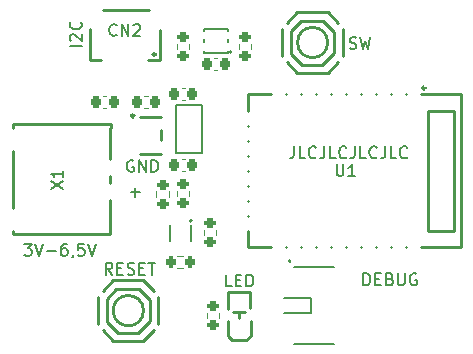
<source format=gbr>
%TF.GenerationSoftware,KiCad,Pcbnew,7.0.11-7.0.11~ubuntu22.04.1*%
%TF.CreationDate,2024-06-09T19:30:32+02:00*%
%TF.ProjectId,E73-2G4M08S1C-52840,4537332d-3247-4344-9d30-385331432d35,rev?*%
%TF.SameCoordinates,Original*%
%TF.FileFunction,Legend,Top*%
%TF.FilePolarity,Positive*%
%FSLAX46Y46*%
G04 Gerber Fmt 4.6, Leading zero omitted, Abs format (unit mm)*
G04 Created by KiCad (PCBNEW 7.0.11-7.0.11~ubuntu22.04.1) date 2024-06-09 19:30:32*
%MOMM*%
%LPD*%
G01*
G04 APERTURE LIST*
G04 Aperture macros list*
%AMRoundRect*
0 Rectangle with rounded corners*
0 $1 Rounding radius*
0 $2 $3 $4 $5 $6 $7 $8 $9 X,Y pos of 4 corners*
0 Add a 4 corners polygon primitive as box body*
4,1,4,$2,$3,$4,$5,$6,$7,$8,$9,$2,$3,0*
0 Add four circle primitives for the rounded corners*
1,1,$1+$1,$2,$3*
1,1,$1+$1,$4,$5*
1,1,$1+$1,$6,$7*
1,1,$1+$1,$8,$9*
0 Add four rect primitives between the rounded corners*
20,1,$1+$1,$2,$3,$4,$5,0*
20,1,$1+$1,$4,$5,$6,$7,0*
20,1,$1+$1,$6,$7,$8,$9,0*
20,1,$1+$1,$8,$9,$2,$3,0*%
G04 Aperture macros list end*
%ADD10C,0.150000*%
%ADD11C,0.250000*%
%ADD12C,0.120000*%
%ADD13C,0.200000*%
%ADD14R,1.250000X1.000000*%
%ADD15R,1.700000X1.000000*%
%ADD16RoundRect,0.200000X-0.275000X0.200000X-0.275000X-0.200000X0.275000X-0.200000X0.275000X0.200000X0*%
%ADD17C,2.200000*%
%ADD18R,0.700000X1.600000*%
%ADD19R,0.550000X0.350000*%
%ADD20R,0.280000X0.550000*%
%ADD21RoundRect,0.200000X0.275000X-0.200000X0.275000X0.200000X-0.275000X0.200000X-0.275000X-0.200000X0*%
%ADD22R,1.000000X0.600000*%
%ADD23RoundRect,0.200000X0.200000X0.275000X-0.200000X0.275000X-0.200000X-0.275000X0.200000X-0.275000X0*%
%ADD24RoundRect,0.225000X-0.225000X-0.250000X0.225000X-0.250000X0.225000X0.250000X-0.225000X0.250000X0*%
%ADD25RoundRect,0.225000X0.225000X0.250000X-0.225000X0.250000X-0.225000X-0.250000X0.225000X-0.250000X0*%
%ADD26R,1.200000X1.800000*%
%ADD27R,0.600000X1.550000*%
%ADD28R,1.700000X1.050000*%
%ADD29R,0.900000X2.000000*%
%ADD30R,0.900000X0.900000*%
%ADD31R,2.000000X0.900000*%
%ADD32R,4.000000X1.500000*%
%ADD33R,3.250000X1.000000*%
%ADD34R,3.000000X0.900000*%
G04 APERTURE END LIST*
D10*
X28842857Y-3907200D02*
X28985714Y-3954819D01*
X28985714Y-3954819D02*
X29223809Y-3954819D01*
X29223809Y-3954819D02*
X29319047Y-3907200D01*
X29319047Y-3907200D02*
X29366666Y-3859580D01*
X29366666Y-3859580D02*
X29414285Y-3764342D01*
X29414285Y-3764342D02*
X29414285Y-3669104D01*
X29414285Y-3669104D02*
X29366666Y-3573866D01*
X29366666Y-3573866D02*
X29319047Y-3526247D01*
X29319047Y-3526247D02*
X29223809Y-3478628D01*
X29223809Y-3478628D02*
X29033333Y-3431009D01*
X29033333Y-3431009D02*
X28938095Y-3383390D01*
X28938095Y-3383390D02*
X28890476Y-3335771D01*
X28890476Y-3335771D02*
X28842857Y-3240533D01*
X28842857Y-3240533D02*
X28842857Y-3145295D01*
X28842857Y-3145295D02*
X28890476Y-3050057D01*
X28890476Y-3050057D02*
X28938095Y-3002438D01*
X28938095Y-3002438D02*
X29033333Y-2954819D01*
X29033333Y-2954819D02*
X29271428Y-2954819D01*
X29271428Y-2954819D02*
X29414285Y-3002438D01*
X29747619Y-2954819D02*
X29985714Y-3954819D01*
X29985714Y-3954819D02*
X30176190Y-3240533D01*
X30176190Y-3240533D02*
X30366666Y-3954819D01*
X30366666Y-3954819D02*
X30604762Y-2954819D01*
X18857142Y-24054819D02*
X18380952Y-24054819D01*
X18380952Y-24054819D02*
X18380952Y-23054819D01*
X19190476Y-23531009D02*
X19523809Y-23531009D01*
X19666666Y-24054819D02*
X19190476Y-24054819D01*
X19190476Y-24054819D02*
X19190476Y-23054819D01*
X19190476Y-23054819D02*
X19666666Y-23054819D01*
X20095238Y-24054819D02*
X20095238Y-23054819D01*
X20095238Y-23054819D02*
X20333333Y-23054819D01*
X20333333Y-23054819D02*
X20476190Y-23102438D01*
X20476190Y-23102438D02*
X20571428Y-23197676D01*
X20571428Y-23197676D02*
X20619047Y-23292914D01*
X20619047Y-23292914D02*
X20666666Y-23483390D01*
X20666666Y-23483390D02*
X20666666Y-23626247D01*
X20666666Y-23626247D02*
X20619047Y-23816723D01*
X20619047Y-23816723D02*
X20571428Y-23911961D01*
X20571428Y-23911961D02*
X20476190Y-24007200D01*
X20476190Y-24007200D02*
X20333333Y-24054819D01*
X20333333Y-24054819D02*
X20095238Y-24054819D01*
X8747618Y-23054819D02*
X8414285Y-22578628D01*
X8176190Y-23054819D02*
X8176190Y-22054819D01*
X8176190Y-22054819D02*
X8557142Y-22054819D01*
X8557142Y-22054819D02*
X8652380Y-22102438D01*
X8652380Y-22102438D02*
X8699999Y-22150057D01*
X8699999Y-22150057D02*
X8747618Y-22245295D01*
X8747618Y-22245295D02*
X8747618Y-22388152D01*
X8747618Y-22388152D02*
X8699999Y-22483390D01*
X8699999Y-22483390D02*
X8652380Y-22531009D01*
X8652380Y-22531009D02*
X8557142Y-22578628D01*
X8557142Y-22578628D02*
X8176190Y-22578628D01*
X9176190Y-22531009D02*
X9509523Y-22531009D01*
X9652380Y-23054819D02*
X9176190Y-23054819D01*
X9176190Y-23054819D02*
X9176190Y-22054819D01*
X9176190Y-22054819D02*
X9652380Y-22054819D01*
X10033333Y-23007200D02*
X10176190Y-23054819D01*
X10176190Y-23054819D02*
X10414285Y-23054819D01*
X10414285Y-23054819D02*
X10509523Y-23007200D01*
X10509523Y-23007200D02*
X10557142Y-22959580D01*
X10557142Y-22959580D02*
X10604761Y-22864342D01*
X10604761Y-22864342D02*
X10604761Y-22769104D01*
X10604761Y-22769104D02*
X10557142Y-22673866D01*
X10557142Y-22673866D02*
X10509523Y-22626247D01*
X10509523Y-22626247D02*
X10414285Y-22578628D01*
X10414285Y-22578628D02*
X10223809Y-22531009D01*
X10223809Y-22531009D02*
X10128571Y-22483390D01*
X10128571Y-22483390D02*
X10080952Y-22435771D01*
X10080952Y-22435771D02*
X10033333Y-22340533D01*
X10033333Y-22340533D02*
X10033333Y-22245295D01*
X10033333Y-22245295D02*
X10080952Y-22150057D01*
X10080952Y-22150057D02*
X10128571Y-22102438D01*
X10128571Y-22102438D02*
X10223809Y-22054819D01*
X10223809Y-22054819D02*
X10461904Y-22054819D01*
X10461904Y-22054819D02*
X10604761Y-22102438D01*
X11033333Y-22531009D02*
X11366666Y-22531009D01*
X11509523Y-23054819D02*
X11033333Y-23054819D01*
X11033333Y-23054819D02*
X11033333Y-22054819D01*
X11033333Y-22054819D02*
X11509523Y-22054819D01*
X11795238Y-22054819D02*
X12366666Y-22054819D01*
X12080952Y-23054819D02*
X12080952Y-22054819D01*
X6154819Y-3676189D02*
X5154819Y-3676189D01*
X5250057Y-3247618D02*
X5202438Y-3199999D01*
X5202438Y-3199999D02*
X5154819Y-3104761D01*
X5154819Y-3104761D02*
X5154819Y-2866666D01*
X5154819Y-2866666D02*
X5202438Y-2771428D01*
X5202438Y-2771428D02*
X5250057Y-2723809D01*
X5250057Y-2723809D02*
X5345295Y-2676190D01*
X5345295Y-2676190D02*
X5440533Y-2676190D01*
X5440533Y-2676190D02*
X5583390Y-2723809D01*
X5583390Y-2723809D02*
X6154819Y-3295237D01*
X6154819Y-3295237D02*
X6154819Y-2676190D01*
X6059580Y-1676190D02*
X6107200Y-1723809D01*
X6107200Y-1723809D02*
X6154819Y-1866666D01*
X6154819Y-1866666D02*
X6154819Y-1961904D01*
X6154819Y-1961904D02*
X6107200Y-2104761D01*
X6107200Y-2104761D02*
X6011961Y-2199999D01*
X6011961Y-2199999D02*
X5916723Y-2247618D01*
X5916723Y-2247618D02*
X5726247Y-2295237D01*
X5726247Y-2295237D02*
X5583390Y-2295237D01*
X5583390Y-2295237D02*
X5392914Y-2247618D01*
X5392914Y-2247618D02*
X5297676Y-2199999D01*
X5297676Y-2199999D02*
X5202438Y-2104761D01*
X5202438Y-2104761D02*
X5154819Y-1961904D01*
X5154819Y-1961904D02*
X5154819Y-1866666D01*
X5154819Y-1866666D02*
X5202438Y-1723809D01*
X5202438Y-1723809D02*
X5250057Y-1676190D01*
X10319048Y-16073866D02*
X11080953Y-16073866D01*
X10700000Y-16454819D02*
X10700000Y-15692914D01*
X10538095Y-13402438D02*
X10442857Y-13354819D01*
X10442857Y-13354819D02*
X10300000Y-13354819D01*
X10300000Y-13354819D02*
X10157143Y-13402438D01*
X10157143Y-13402438D02*
X10061905Y-13497676D01*
X10061905Y-13497676D02*
X10014286Y-13592914D01*
X10014286Y-13592914D02*
X9966667Y-13783390D01*
X9966667Y-13783390D02*
X9966667Y-13926247D01*
X9966667Y-13926247D02*
X10014286Y-14116723D01*
X10014286Y-14116723D02*
X10061905Y-14211961D01*
X10061905Y-14211961D02*
X10157143Y-14307200D01*
X10157143Y-14307200D02*
X10300000Y-14354819D01*
X10300000Y-14354819D02*
X10395238Y-14354819D01*
X10395238Y-14354819D02*
X10538095Y-14307200D01*
X10538095Y-14307200D02*
X10585714Y-14259580D01*
X10585714Y-14259580D02*
X10585714Y-13926247D01*
X10585714Y-13926247D02*
X10395238Y-13926247D01*
X11014286Y-14354819D02*
X11014286Y-13354819D01*
X11014286Y-13354819D02*
X11585714Y-14354819D01*
X11585714Y-14354819D02*
X11585714Y-13354819D01*
X12061905Y-14354819D02*
X12061905Y-13354819D01*
X12061905Y-13354819D02*
X12300000Y-13354819D01*
X12300000Y-13354819D02*
X12442857Y-13402438D01*
X12442857Y-13402438D02*
X12538095Y-13497676D01*
X12538095Y-13497676D02*
X12585714Y-13592914D01*
X12585714Y-13592914D02*
X12633333Y-13783390D01*
X12633333Y-13783390D02*
X12633333Y-13926247D01*
X12633333Y-13926247D02*
X12585714Y-14116723D01*
X12585714Y-14116723D02*
X12538095Y-14211961D01*
X12538095Y-14211961D02*
X12442857Y-14307200D01*
X12442857Y-14307200D02*
X12300000Y-14354819D01*
X12300000Y-14354819D02*
X12061905Y-14354819D01*
X30011905Y-23954819D02*
X30011905Y-22954819D01*
X30011905Y-22954819D02*
X30250000Y-22954819D01*
X30250000Y-22954819D02*
X30392857Y-23002438D01*
X30392857Y-23002438D02*
X30488095Y-23097676D01*
X30488095Y-23097676D02*
X30535714Y-23192914D01*
X30535714Y-23192914D02*
X30583333Y-23383390D01*
X30583333Y-23383390D02*
X30583333Y-23526247D01*
X30583333Y-23526247D02*
X30535714Y-23716723D01*
X30535714Y-23716723D02*
X30488095Y-23811961D01*
X30488095Y-23811961D02*
X30392857Y-23907200D01*
X30392857Y-23907200D02*
X30250000Y-23954819D01*
X30250000Y-23954819D02*
X30011905Y-23954819D01*
X31011905Y-23431009D02*
X31345238Y-23431009D01*
X31488095Y-23954819D02*
X31011905Y-23954819D01*
X31011905Y-23954819D02*
X31011905Y-22954819D01*
X31011905Y-22954819D02*
X31488095Y-22954819D01*
X32250000Y-23431009D02*
X32392857Y-23478628D01*
X32392857Y-23478628D02*
X32440476Y-23526247D01*
X32440476Y-23526247D02*
X32488095Y-23621485D01*
X32488095Y-23621485D02*
X32488095Y-23764342D01*
X32488095Y-23764342D02*
X32440476Y-23859580D01*
X32440476Y-23859580D02*
X32392857Y-23907200D01*
X32392857Y-23907200D02*
X32297619Y-23954819D01*
X32297619Y-23954819D02*
X31916667Y-23954819D01*
X31916667Y-23954819D02*
X31916667Y-22954819D01*
X31916667Y-22954819D02*
X32250000Y-22954819D01*
X32250000Y-22954819D02*
X32345238Y-23002438D01*
X32345238Y-23002438D02*
X32392857Y-23050057D01*
X32392857Y-23050057D02*
X32440476Y-23145295D01*
X32440476Y-23145295D02*
X32440476Y-23240533D01*
X32440476Y-23240533D02*
X32392857Y-23335771D01*
X32392857Y-23335771D02*
X32345238Y-23383390D01*
X32345238Y-23383390D02*
X32250000Y-23431009D01*
X32250000Y-23431009D02*
X31916667Y-23431009D01*
X32916667Y-22954819D02*
X32916667Y-23764342D01*
X32916667Y-23764342D02*
X32964286Y-23859580D01*
X32964286Y-23859580D02*
X33011905Y-23907200D01*
X33011905Y-23907200D02*
X33107143Y-23954819D01*
X33107143Y-23954819D02*
X33297619Y-23954819D01*
X33297619Y-23954819D02*
X33392857Y-23907200D01*
X33392857Y-23907200D02*
X33440476Y-23859580D01*
X33440476Y-23859580D02*
X33488095Y-23764342D01*
X33488095Y-23764342D02*
X33488095Y-22954819D01*
X34488095Y-23002438D02*
X34392857Y-22954819D01*
X34392857Y-22954819D02*
X34250000Y-22954819D01*
X34250000Y-22954819D02*
X34107143Y-23002438D01*
X34107143Y-23002438D02*
X34011905Y-23097676D01*
X34011905Y-23097676D02*
X33964286Y-23192914D01*
X33964286Y-23192914D02*
X33916667Y-23383390D01*
X33916667Y-23383390D02*
X33916667Y-23526247D01*
X33916667Y-23526247D02*
X33964286Y-23716723D01*
X33964286Y-23716723D02*
X34011905Y-23811961D01*
X34011905Y-23811961D02*
X34107143Y-23907200D01*
X34107143Y-23907200D02*
X34250000Y-23954819D01*
X34250000Y-23954819D02*
X34345238Y-23954819D01*
X34345238Y-23954819D02*
X34488095Y-23907200D01*
X34488095Y-23907200D02*
X34535714Y-23859580D01*
X34535714Y-23859580D02*
X34535714Y-23526247D01*
X34535714Y-23526247D02*
X34345238Y-23526247D01*
X1300000Y-20454819D02*
X1919047Y-20454819D01*
X1919047Y-20454819D02*
X1585714Y-20835771D01*
X1585714Y-20835771D02*
X1728571Y-20835771D01*
X1728571Y-20835771D02*
X1823809Y-20883390D01*
X1823809Y-20883390D02*
X1871428Y-20931009D01*
X1871428Y-20931009D02*
X1919047Y-21026247D01*
X1919047Y-21026247D02*
X1919047Y-21264342D01*
X1919047Y-21264342D02*
X1871428Y-21359580D01*
X1871428Y-21359580D02*
X1823809Y-21407200D01*
X1823809Y-21407200D02*
X1728571Y-21454819D01*
X1728571Y-21454819D02*
X1442857Y-21454819D01*
X1442857Y-21454819D02*
X1347619Y-21407200D01*
X1347619Y-21407200D02*
X1300000Y-21359580D01*
X2204762Y-20454819D02*
X2538095Y-21454819D01*
X2538095Y-21454819D02*
X2871428Y-20454819D01*
X3204762Y-21073866D02*
X3966667Y-21073866D01*
X4871428Y-20454819D02*
X4680952Y-20454819D01*
X4680952Y-20454819D02*
X4585714Y-20502438D01*
X4585714Y-20502438D02*
X4538095Y-20550057D01*
X4538095Y-20550057D02*
X4442857Y-20692914D01*
X4442857Y-20692914D02*
X4395238Y-20883390D01*
X4395238Y-20883390D02*
X4395238Y-21264342D01*
X4395238Y-21264342D02*
X4442857Y-21359580D01*
X4442857Y-21359580D02*
X4490476Y-21407200D01*
X4490476Y-21407200D02*
X4585714Y-21454819D01*
X4585714Y-21454819D02*
X4776190Y-21454819D01*
X4776190Y-21454819D02*
X4871428Y-21407200D01*
X4871428Y-21407200D02*
X4919047Y-21359580D01*
X4919047Y-21359580D02*
X4966666Y-21264342D01*
X4966666Y-21264342D02*
X4966666Y-21026247D01*
X4966666Y-21026247D02*
X4919047Y-20931009D01*
X4919047Y-20931009D02*
X4871428Y-20883390D01*
X4871428Y-20883390D02*
X4776190Y-20835771D01*
X4776190Y-20835771D02*
X4585714Y-20835771D01*
X4585714Y-20835771D02*
X4490476Y-20883390D01*
X4490476Y-20883390D02*
X4442857Y-20931009D01*
X4442857Y-20931009D02*
X4395238Y-21026247D01*
X5442857Y-21407200D02*
X5442857Y-21454819D01*
X5442857Y-21454819D02*
X5395238Y-21550057D01*
X5395238Y-21550057D02*
X5347619Y-21597676D01*
X6347618Y-20454819D02*
X5871428Y-20454819D01*
X5871428Y-20454819D02*
X5823809Y-20931009D01*
X5823809Y-20931009D02*
X5871428Y-20883390D01*
X5871428Y-20883390D02*
X5966666Y-20835771D01*
X5966666Y-20835771D02*
X6204761Y-20835771D01*
X6204761Y-20835771D02*
X6299999Y-20883390D01*
X6299999Y-20883390D02*
X6347618Y-20931009D01*
X6347618Y-20931009D02*
X6395237Y-21026247D01*
X6395237Y-21026247D02*
X6395237Y-21264342D01*
X6395237Y-21264342D02*
X6347618Y-21359580D01*
X6347618Y-21359580D02*
X6299999Y-21407200D01*
X6299999Y-21407200D02*
X6204761Y-21454819D01*
X6204761Y-21454819D02*
X5966666Y-21454819D01*
X5966666Y-21454819D02*
X5871428Y-21407200D01*
X5871428Y-21407200D02*
X5823809Y-21359580D01*
X6680952Y-20454819D02*
X7014285Y-21454819D01*
X7014285Y-21454819D02*
X7347618Y-20454819D01*
X24130951Y-12204819D02*
X24130951Y-12919104D01*
X24130951Y-12919104D02*
X24083332Y-13061961D01*
X24083332Y-13061961D02*
X23988094Y-13157200D01*
X23988094Y-13157200D02*
X23845237Y-13204819D01*
X23845237Y-13204819D02*
X23749999Y-13204819D01*
X25083332Y-13204819D02*
X24607142Y-13204819D01*
X24607142Y-13204819D02*
X24607142Y-12204819D01*
X25988094Y-13109580D02*
X25940475Y-13157200D01*
X25940475Y-13157200D02*
X25797618Y-13204819D01*
X25797618Y-13204819D02*
X25702380Y-13204819D01*
X25702380Y-13204819D02*
X25559523Y-13157200D01*
X25559523Y-13157200D02*
X25464285Y-13061961D01*
X25464285Y-13061961D02*
X25416666Y-12966723D01*
X25416666Y-12966723D02*
X25369047Y-12776247D01*
X25369047Y-12776247D02*
X25369047Y-12633390D01*
X25369047Y-12633390D02*
X25416666Y-12442914D01*
X25416666Y-12442914D02*
X25464285Y-12347676D01*
X25464285Y-12347676D02*
X25559523Y-12252438D01*
X25559523Y-12252438D02*
X25702380Y-12204819D01*
X25702380Y-12204819D02*
X25797618Y-12204819D01*
X25797618Y-12204819D02*
X25940475Y-12252438D01*
X25940475Y-12252438D02*
X25988094Y-12300057D01*
X26702380Y-12204819D02*
X26702380Y-12919104D01*
X26702380Y-12919104D02*
X26654761Y-13061961D01*
X26654761Y-13061961D02*
X26559523Y-13157200D01*
X26559523Y-13157200D02*
X26416666Y-13204819D01*
X26416666Y-13204819D02*
X26321428Y-13204819D01*
X27654761Y-13204819D02*
X27178571Y-13204819D01*
X27178571Y-13204819D02*
X27178571Y-12204819D01*
X28559523Y-13109580D02*
X28511904Y-13157200D01*
X28511904Y-13157200D02*
X28369047Y-13204819D01*
X28369047Y-13204819D02*
X28273809Y-13204819D01*
X28273809Y-13204819D02*
X28130952Y-13157200D01*
X28130952Y-13157200D02*
X28035714Y-13061961D01*
X28035714Y-13061961D02*
X27988095Y-12966723D01*
X27988095Y-12966723D02*
X27940476Y-12776247D01*
X27940476Y-12776247D02*
X27940476Y-12633390D01*
X27940476Y-12633390D02*
X27988095Y-12442914D01*
X27988095Y-12442914D02*
X28035714Y-12347676D01*
X28035714Y-12347676D02*
X28130952Y-12252438D01*
X28130952Y-12252438D02*
X28273809Y-12204819D01*
X28273809Y-12204819D02*
X28369047Y-12204819D01*
X28369047Y-12204819D02*
X28511904Y-12252438D01*
X28511904Y-12252438D02*
X28559523Y-12300057D01*
X29273809Y-12204819D02*
X29273809Y-12919104D01*
X29273809Y-12919104D02*
X29226190Y-13061961D01*
X29226190Y-13061961D02*
X29130952Y-13157200D01*
X29130952Y-13157200D02*
X28988095Y-13204819D01*
X28988095Y-13204819D02*
X28892857Y-13204819D01*
X30226190Y-13204819D02*
X29750000Y-13204819D01*
X29750000Y-13204819D02*
X29750000Y-12204819D01*
X31130952Y-13109580D02*
X31083333Y-13157200D01*
X31083333Y-13157200D02*
X30940476Y-13204819D01*
X30940476Y-13204819D02*
X30845238Y-13204819D01*
X30845238Y-13204819D02*
X30702381Y-13157200D01*
X30702381Y-13157200D02*
X30607143Y-13061961D01*
X30607143Y-13061961D02*
X30559524Y-12966723D01*
X30559524Y-12966723D02*
X30511905Y-12776247D01*
X30511905Y-12776247D02*
X30511905Y-12633390D01*
X30511905Y-12633390D02*
X30559524Y-12442914D01*
X30559524Y-12442914D02*
X30607143Y-12347676D01*
X30607143Y-12347676D02*
X30702381Y-12252438D01*
X30702381Y-12252438D02*
X30845238Y-12204819D01*
X30845238Y-12204819D02*
X30940476Y-12204819D01*
X30940476Y-12204819D02*
X31083333Y-12252438D01*
X31083333Y-12252438D02*
X31130952Y-12300057D01*
X31845238Y-12204819D02*
X31845238Y-12919104D01*
X31845238Y-12919104D02*
X31797619Y-13061961D01*
X31797619Y-13061961D02*
X31702381Y-13157200D01*
X31702381Y-13157200D02*
X31559524Y-13204819D01*
X31559524Y-13204819D02*
X31464286Y-13204819D01*
X32797619Y-13204819D02*
X32321429Y-13204819D01*
X32321429Y-13204819D02*
X32321429Y-12204819D01*
X33702381Y-13109580D02*
X33654762Y-13157200D01*
X33654762Y-13157200D02*
X33511905Y-13204819D01*
X33511905Y-13204819D02*
X33416667Y-13204819D01*
X33416667Y-13204819D02*
X33273810Y-13157200D01*
X33273810Y-13157200D02*
X33178572Y-13061961D01*
X33178572Y-13061961D02*
X33130953Y-12966723D01*
X33130953Y-12966723D02*
X33083334Y-12776247D01*
X33083334Y-12776247D02*
X33083334Y-12633390D01*
X33083334Y-12633390D02*
X33130953Y-12442914D01*
X33130953Y-12442914D02*
X33178572Y-12347676D01*
X33178572Y-12347676D02*
X33273810Y-12252438D01*
X33273810Y-12252438D02*
X33416667Y-12204819D01*
X33416667Y-12204819D02*
X33511905Y-12204819D01*
X33511905Y-12204819D02*
X33654762Y-12252438D01*
X33654762Y-12252438D02*
X33702381Y-12300057D01*
X9109523Y-2759580D02*
X9061904Y-2807200D01*
X9061904Y-2807200D02*
X8919047Y-2854819D01*
X8919047Y-2854819D02*
X8823809Y-2854819D01*
X8823809Y-2854819D02*
X8680952Y-2807200D01*
X8680952Y-2807200D02*
X8585714Y-2711961D01*
X8585714Y-2711961D02*
X8538095Y-2616723D01*
X8538095Y-2616723D02*
X8490476Y-2426247D01*
X8490476Y-2426247D02*
X8490476Y-2283390D01*
X8490476Y-2283390D02*
X8538095Y-2092914D01*
X8538095Y-2092914D02*
X8585714Y-1997676D01*
X8585714Y-1997676D02*
X8680952Y-1902438D01*
X8680952Y-1902438D02*
X8823809Y-1854819D01*
X8823809Y-1854819D02*
X8919047Y-1854819D01*
X8919047Y-1854819D02*
X9061904Y-1902438D01*
X9061904Y-1902438D02*
X9109523Y-1950057D01*
X9538095Y-2854819D02*
X9538095Y-1854819D01*
X9538095Y-1854819D02*
X10109523Y-2854819D01*
X10109523Y-2854819D02*
X10109523Y-1854819D01*
X10538095Y-1950057D02*
X10585714Y-1902438D01*
X10585714Y-1902438D02*
X10680952Y-1854819D01*
X10680952Y-1854819D02*
X10919047Y-1854819D01*
X10919047Y-1854819D02*
X11014285Y-1902438D01*
X11014285Y-1902438D02*
X11061904Y-1950057D01*
X11061904Y-1950057D02*
X11109523Y-2045295D01*
X11109523Y-2045295D02*
X11109523Y-2140533D01*
X11109523Y-2140533D02*
X11061904Y-2283390D01*
X11061904Y-2283390D02*
X10490476Y-2854819D01*
X10490476Y-2854819D02*
X11109523Y-2854819D01*
X27738095Y-13704819D02*
X27738095Y-14514342D01*
X27738095Y-14514342D02*
X27785714Y-14609580D01*
X27785714Y-14609580D02*
X27833333Y-14657200D01*
X27833333Y-14657200D02*
X27928571Y-14704819D01*
X27928571Y-14704819D02*
X28119047Y-14704819D01*
X28119047Y-14704819D02*
X28214285Y-14657200D01*
X28214285Y-14657200D02*
X28261904Y-14609580D01*
X28261904Y-14609580D02*
X28309523Y-14514342D01*
X28309523Y-14514342D02*
X28309523Y-13704819D01*
X29309523Y-14704819D02*
X28738095Y-14704819D01*
X29023809Y-14704819D02*
X29023809Y-13704819D01*
X29023809Y-13704819D02*
X28928571Y-13847676D01*
X28928571Y-13847676D02*
X28833333Y-13942914D01*
X28833333Y-13942914D02*
X28738095Y-13990533D01*
X3542319Y-15809523D02*
X4542319Y-15142857D01*
X3542319Y-15142857D02*
X4542319Y-15809523D01*
X4542319Y-14238095D02*
X4542319Y-14809523D01*
X4542319Y-14523809D02*
X3542319Y-14523809D01*
X3542319Y-14523809D02*
X3685176Y-14619047D01*
X3685176Y-14619047D02*
X3780414Y-14714285D01*
X3780414Y-14714285D02*
X3828033Y-14809523D01*
D11*
%TO.C,LED1*%
X18540000Y-24520000D02*
X20440000Y-24520000D01*
X20440000Y-25860000D02*
X20440000Y-24520000D01*
X18550000Y-26000000D02*
X18540000Y-24520000D01*
X19510000Y-26200000D02*
X19510000Y-26700000D01*
X19000000Y-26200000D02*
X20000000Y-26200000D01*
X20450000Y-27000000D02*
X20450000Y-28250000D01*
X18550000Y-27000000D02*
X18550000Y-28250000D01*
X20450000Y-28250000D02*
X20450000Y-28250000D01*
X20450000Y-28250000D02*
X20100000Y-28600000D01*
X18550000Y-28250000D02*
X18550000Y-28250000D01*
X18550000Y-28250000D02*
X18900000Y-28600000D01*
X18900000Y-28600000D02*
X20100000Y-28600000D01*
%TO.C,RESET1*%
X7550000Y-24930000D02*
X7550000Y-27270000D01*
X7930000Y-27760000D02*
X8820000Y-28650000D01*
X8300000Y-25100000D02*
X9100000Y-24300000D01*
X8300000Y-27100000D02*
X8300000Y-25100000D01*
X8820000Y-23550000D02*
X7930000Y-24440000D01*
X8820000Y-23550000D02*
X11380000Y-23550000D01*
X8820000Y-28650000D02*
X11380000Y-28650000D01*
X9100000Y-24300000D02*
X11000000Y-24300000D01*
X9200000Y-28000000D02*
X8300000Y-27100000D01*
X10900000Y-28000000D02*
X9200000Y-28000000D01*
X11000000Y-24300000D02*
X11900000Y-25200000D01*
X11380000Y-23550000D02*
X12270000Y-24440000D01*
X11900000Y-25200000D02*
X11900000Y-27000000D01*
X11900000Y-27000000D02*
X10900000Y-28000000D01*
X12270000Y-27760000D02*
X11380000Y-28650000D01*
X12650000Y-24930000D02*
X12650000Y-27270000D01*
X11380000Y-26100000D02*
G75*
G03*
X8820000Y-26100000I-1280000J0D01*
G01*
X8820000Y-26100000D02*
G75*
G03*
X11380000Y-26100000I1280000J0D01*
G01*
%TO.C,SW1*%
X23150000Y-2230000D02*
X23150000Y-4570000D01*
X23530000Y-5060000D02*
X24420000Y-5950000D01*
X23900000Y-2400000D02*
X24700000Y-1600000D01*
X23900000Y-4400000D02*
X23900000Y-2400000D01*
X24420000Y-850000D02*
X23530000Y-1740000D01*
X24420000Y-850000D02*
X26980000Y-850000D01*
X24420000Y-5950000D02*
X26980000Y-5950000D01*
X24700000Y-1600000D02*
X26600000Y-1600000D01*
X24800000Y-5300000D02*
X23900000Y-4400000D01*
X26500000Y-5300000D02*
X24800000Y-5300000D01*
X26600000Y-1600000D02*
X27500000Y-2500000D01*
X26980000Y-850000D02*
X27870000Y-1740000D01*
X27500000Y-2500000D02*
X27500000Y-4300000D01*
X27500000Y-4300000D02*
X26500000Y-5300000D01*
X27870000Y-5060000D02*
X26980000Y-5950000D01*
X28250000Y-2230000D02*
X28250000Y-4570000D01*
X26980000Y-3400000D02*
G75*
G03*
X24420000Y-3400000I-1280000J0D01*
G01*
X24420000Y-3400000D02*
G75*
G03*
X26980000Y-3400000I1280000J0D01*
G01*
D12*
%TO.C,R9*%
X15272500Y-15937742D02*
X15272500Y-16412258D01*
X14227500Y-15937742D02*
X14227500Y-16412258D01*
D10*
%TO.C,U3*%
X18860000Y-4200000D02*
G75*
G03*
X18700000Y-4200000I-80000J0D01*
G01*
X18700000Y-4200000D02*
G75*
G03*
X18860000Y-4200000I80000J0D01*
G01*
X18510000Y-2230000D02*
X16480000Y-2230000D01*
X16480000Y-2230000D02*
X16480000Y-2390000D01*
X18510000Y-2390000D02*
X18510000Y-2230000D01*
X16480000Y-3100000D02*
X16480000Y-3390000D01*
X18510000Y-3390000D02*
X18510000Y-3100000D01*
X16480000Y-4100000D02*
X16480000Y-4270000D01*
X18510000Y-4270000D02*
X18510000Y-4100000D01*
X16480000Y-4270000D02*
X18510000Y-4270000D01*
D13*
%TO.C,Q1*%
X15490000Y-18480000D02*
G75*
G03*
X15290000Y-18480000I-100000J0D01*
G01*
X15290000Y-18480000D02*
G75*
G03*
X15490000Y-18480000I100000J0D01*
G01*
D10*
X13620000Y-18820000D02*
X13620000Y-20180000D01*
X15380000Y-18820000D02*
X15380000Y-20180000D01*
D12*
%TO.C,R4*%
X16727500Y-26737258D02*
X16727500Y-26262742D01*
X17772500Y-26737258D02*
X17772500Y-26262742D01*
%TO.C,R3*%
X17522500Y-19262742D02*
X17522500Y-19737258D01*
X16477500Y-19262742D02*
X16477500Y-19737258D01*
D11*
%TO.C,LDO1*%
X10610000Y-9600000D02*
G75*
G03*
X10350000Y-9600000I-130000J0D01*
G01*
X10350000Y-9600000D02*
G75*
G03*
X10610000Y-9600000I130000J0D01*
G01*
X12900000Y-9700000D02*
X11100000Y-9700000D01*
X12900000Y-10850000D02*
X12900000Y-11650000D01*
X12900000Y-12800000D02*
X11100000Y-12800000D01*
D12*
%TO.C,R10*%
X14737258Y-22522500D02*
X14262742Y-22522500D01*
X14737258Y-21477500D02*
X14262742Y-21477500D01*
%TO.C,C5*%
X14609420Y-13240000D02*
X14890580Y-13240000D01*
X14609420Y-14260000D02*
X14890580Y-14260000D01*
%TO.C,C3*%
X17640580Y-5760000D02*
X17359420Y-5760000D01*
X17640580Y-4740000D02*
X17359420Y-4740000D01*
%TO.C,R6*%
X19477500Y-3987258D02*
X19477500Y-3512742D01*
X20522500Y-3987258D02*
X20522500Y-3512742D01*
D11*
%TO.C,CN2*%
X12420000Y-4410000D02*
G75*
G03*
X12180000Y-4410000I-120000J0D01*
G01*
X12180000Y-4410000D02*
G75*
G03*
X12420000Y-4410000I120000J0D01*
G01*
X6840000Y-4900000D02*
X6840000Y-2290000D01*
X7760000Y-4900000D02*
X6840000Y-4900000D01*
X11740000Y-4900000D02*
X12820000Y-4900000D01*
X11820000Y-640000D02*
X7920000Y-640000D01*
X12820000Y-4900000D02*
X12820000Y-2300000D01*
D12*
%TO.C,C1*%
X8240580Y-8910000D02*
X7959420Y-8910000D01*
X8240580Y-7890000D02*
X7959420Y-7890000D01*
%TO.C,R7*%
X12477500Y-16487258D02*
X12477500Y-16012742D01*
X13522500Y-16487258D02*
X13522500Y-16012742D01*
%TO.C,R5*%
X14227500Y-3987258D02*
X14227500Y-3512742D01*
X15272500Y-3987258D02*
X15272500Y-3512742D01*
D10*
%TO.C,X2*%
X14180000Y-12770000D02*
X14180000Y-8720000D01*
X16330000Y-12770000D02*
X14180000Y-12770000D01*
X14180000Y-8720000D02*
X16330000Y-8720000D01*
X16330000Y-8720000D02*
X16330000Y-12770000D01*
D11*
%TO.C,U1*%
X35250000Y-7260000D02*
G75*
G03*
X34990000Y-7260000I-130000J0D01*
G01*
X34990000Y-7260000D02*
G75*
G03*
X35250000Y-7260000I130000J0D01*
G01*
X38250000Y-7750000D02*
X38250000Y-20750000D01*
X34900000Y-7750000D02*
X38250000Y-7750000D01*
X33630000Y-7750000D02*
X33630000Y-7750000D01*
X32360000Y-7750000D02*
X32360000Y-7750000D01*
X31090000Y-7750000D02*
X31090000Y-7750000D01*
X29820000Y-7750000D02*
X29820000Y-7750000D01*
X28550000Y-7750000D02*
X28550000Y-7750000D01*
X27280000Y-7750000D02*
X27280000Y-7750000D01*
X26010000Y-7750000D02*
X26010000Y-7750000D01*
X24740000Y-7750000D02*
X24740000Y-7750000D01*
X23470000Y-7750000D02*
X23470000Y-7750000D01*
X20250000Y-7750000D02*
X22200000Y-7750000D01*
X37650000Y-9170000D02*
X37650000Y-19330000D01*
X35490000Y-9170000D02*
X37650000Y-9170000D01*
X20250000Y-9170000D02*
X20250000Y-7750000D01*
X20250000Y-10440000D02*
X20250000Y-10440000D01*
X20250000Y-11710000D02*
X20250000Y-11710000D01*
X20250000Y-12980000D02*
X20250000Y-12980000D01*
X20250000Y-14250000D02*
X20250000Y-14250000D01*
X20250000Y-15520000D02*
X20250000Y-15520000D01*
X20250000Y-16790000D02*
X20250000Y-16790000D01*
X20250000Y-18060000D02*
X20250000Y-18060000D01*
X37650000Y-19330000D02*
X35490000Y-19330000D01*
X35490000Y-19330000D02*
X35490000Y-9170000D01*
X34900000Y-20750000D02*
X38250000Y-20750000D01*
X33630000Y-20750000D02*
X33630000Y-20750000D01*
X32360000Y-20750000D02*
X32360000Y-20750000D01*
X31090000Y-20750000D02*
X31090000Y-20750000D01*
X29820000Y-20750000D02*
X29820000Y-20750000D01*
X28550000Y-20750000D02*
X28550000Y-20750000D01*
X27280000Y-20750000D02*
X27280000Y-20750000D01*
X26010000Y-20750000D02*
X26010000Y-20750000D01*
X24740000Y-20750000D02*
X24740000Y-20750000D01*
X23470000Y-20750000D02*
X23470000Y-20750000D01*
X20250000Y-20750000D02*
X20250000Y-19330000D01*
X20250000Y-20750000D02*
X22200000Y-20750000D01*
%TO.C,X1*%
X8597500Y-10330000D02*
X317500Y-10330000D01*
X317500Y-10330000D02*
X317500Y-10610000D01*
X8597500Y-10630000D02*
X8597500Y-10330000D01*
X8577500Y-10630000D02*
X8597500Y-10630000D01*
X317500Y-12570000D02*
X317500Y-17430000D01*
X8577500Y-13270000D02*
X8577500Y-10630000D01*
X8577500Y-15270000D02*
X8577500Y-14730000D01*
X317500Y-19390000D02*
X317500Y-19650000D01*
X397500Y-19630000D02*
X397500Y-19650000D01*
X8577500Y-19650000D02*
X8577500Y-16730000D01*
X397500Y-19650000D02*
X8577500Y-19650000D01*
X317500Y-19650000D02*
X467500Y-19650000D01*
D12*
%TO.C,C4*%
X14609420Y-7240000D02*
X14890580Y-7240000D01*
X14609420Y-8260000D02*
X14890580Y-8260000D01*
D13*
%TO.C,CN1*%
X23769984Y-22009500D02*
G75*
G03*
X23760000Y-22010000I-9987J99500D01*
G01*
X24090000Y-28960000D02*
X27520000Y-28960000D01*
D10*
X25550000Y-26330000D02*
X23260000Y-26330000D01*
X23260000Y-25060000D02*
X25550000Y-25060000D01*
X25550000Y-25060000D02*
X25550000Y-26330000D01*
D13*
X24090000Y-22440000D02*
X27520000Y-22440000D01*
D12*
%TO.C,C2*%
X11740580Y-8910000D02*
X11459420Y-8910000D01*
X11740580Y-7890000D02*
X11459420Y-7890000D01*
%TD*%
%LPC*%
D14*
%TO.C,LED1*%
X19500000Y-25400000D03*
X19500000Y-27600000D03*
%TD*%
D15*
%TO.C,RESET1*%
X6800000Y-24250000D03*
X13400000Y-24250000D03*
X6800000Y-27950000D03*
X13400000Y-27950000D03*
%TD*%
%TO.C,SW1*%
X22400000Y-1550000D03*
X29000000Y-1550000D03*
X22400000Y-5250000D03*
X29000000Y-5250000D03*
%TD*%
D16*
%TO.C,R9*%
X14750000Y-17000000D03*
X14750000Y-15350000D03*
%TD*%
D17*
%TO.C,H1*%
X2200000Y-2200000D03*
%TD*%
%TO.C,H4*%
X2200000Y-27800000D03*
%TD*%
D18*
%TO.C,U3*%
X17500000Y-3250000D03*
D19*
X16580000Y-3750000D03*
X16580000Y-2750000D03*
X18420000Y-2750000D03*
X18420000Y-3750000D03*
%TD*%
D17*
%TO.C,H2*%
X32800000Y-2200000D03*
%TD*%
D20*
%TO.C,Q1*%
X15000000Y-20220000D03*
X14500000Y-20220000D03*
X14000000Y-20220000D03*
X14000000Y-18780000D03*
X14500000Y-18780000D03*
X15000000Y-18780000D03*
%TD*%
D21*
%TO.C,R4*%
X17250000Y-25675000D03*
X17250000Y-27325000D03*
%TD*%
D16*
%TO.C,R3*%
X17000000Y-20325000D03*
X17000000Y-18675000D03*
%TD*%
D22*
%TO.C,LDO1*%
X13300000Y-10300000D03*
X13300000Y-12200000D03*
X10700000Y-12200000D03*
X10700000Y-11250000D03*
X10700000Y-10300000D03*
%TD*%
D23*
%TO.C,R10*%
X13675000Y-22000000D03*
X15325000Y-22000000D03*
%TD*%
D17*
%TO.C,H3*%
X32800000Y-27800000D03*
%TD*%
D24*
%TO.C,C5*%
X15525000Y-13750000D03*
X13975000Y-13750000D03*
%TD*%
D25*
%TO.C,C3*%
X16725000Y-5250000D03*
X18275000Y-5250000D03*
%TD*%
D21*
%TO.C,R6*%
X20000000Y-2925000D03*
X20000000Y-4575000D03*
%TD*%
D26*
%TO.C,CN2*%
X12600000Y-1160000D03*
X7000000Y-1160000D03*
D27*
X8300000Y-5040000D03*
X9300000Y-5040000D03*
X10300000Y-5040000D03*
X11300000Y-5040000D03*
%TD*%
D25*
%TO.C,C1*%
X7325000Y-8400000D03*
X8875000Y-8400000D03*
%TD*%
D21*
%TO.C,R7*%
X13000000Y-15425000D03*
X13000000Y-17075000D03*
%TD*%
%TO.C,R5*%
X14750000Y-2925000D03*
X14750000Y-4575000D03*
%TD*%
D28*
%TO.C,X2*%
X15250000Y-12020000D03*
X15250000Y-9480000D03*
%TD*%
D29*
%TO.C,U1*%
X34260000Y-20750000D03*
D30*
X33630000Y-18650000D03*
D29*
X32990000Y-20750000D03*
D30*
X32360000Y-18660000D03*
D29*
X31720000Y-20750000D03*
D30*
X31090000Y-18660000D03*
D29*
X30450000Y-20750000D03*
D30*
X29820000Y-18660000D03*
D29*
X29180000Y-20750000D03*
D30*
X28550000Y-18660000D03*
D29*
X27910000Y-20750000D03*
D30*
X27280000Y-18660000D03*
D29*
X26640000Y-20750000D03*
D30*
X26010000Y-18660000D03*
D29*
X25370000Y-20750000D03*
D30*
X24740000Y-18660000D03*
D29*
X24100000Y-20750000D03*
X22830000Y-20750000D03*
D31*
X20240000Y-18700000D03*
D30*
X22340000Y-18060000D03*
D31*
X20240000Y-17420000D03*
D30*
X22340000Y-16790000D03*
D31*
X20240000Y-16150000D03*
D30*
X22340000Y-15520000D03*
D31*
X20240000Y-14880000D03*
D30*
X22340000Y-14250000D03*
D31*
X20240000Y-13620000D03*
D30*
X22340000Y-12980000D03*
D31*
X20240000Y-12350000D03*
D30*
X22340000Y-11710000D03*
D31*
X20240000Y-11080000D03*
D30*
X22340000Y-10440000D03*
D31*
X20240000Y-9800000D03*
D29*
X22830000Y-7750000D03*
X24100000Y-7750000D03*
X25370000Y-7750000D03*
X26640000Y-7750000D03*
X27910000Y-7750000D03*
X29180000Y-7750000D03*
X30450000Y-7750000D03*
X31750000Y-7750000D03*
X32990000Y-7750000D03*
X34260000Y-7750000D03*
%TD*%
D32*
%TO.C,X1*%
X2147500Y-18410000D03*
X2147500Y-11590000D03*
D33*
X8027500Y-14000000D03*
X8027500Y-16000000D03*
%TD*%
D24*
%TO.C,C4*%
X15525000Y-7750000D03*
X13975000Y-7750000D03*
%TD*%
D34*
%TO.C,CN1*%
X27830000Y-28240000D03*
X23760000Y-28240000D03*
X27830000Y-26970000D03*
X23760000Y-26970000D03*
X27830000Y-25700000D03*
X23760000Y-25700000D03*
X27830000Y-24430000D03*
X23760000Y-24430000D03*
X27830000Y-23160000D03*
X23760000Y-23160000D03*
%TD*%
D25*
%TO.C,C2*%
X10825000Y-8400000D03*
X12375000Y-8400000D03*
%TD*%
%LPD*%
M02*

</source>
